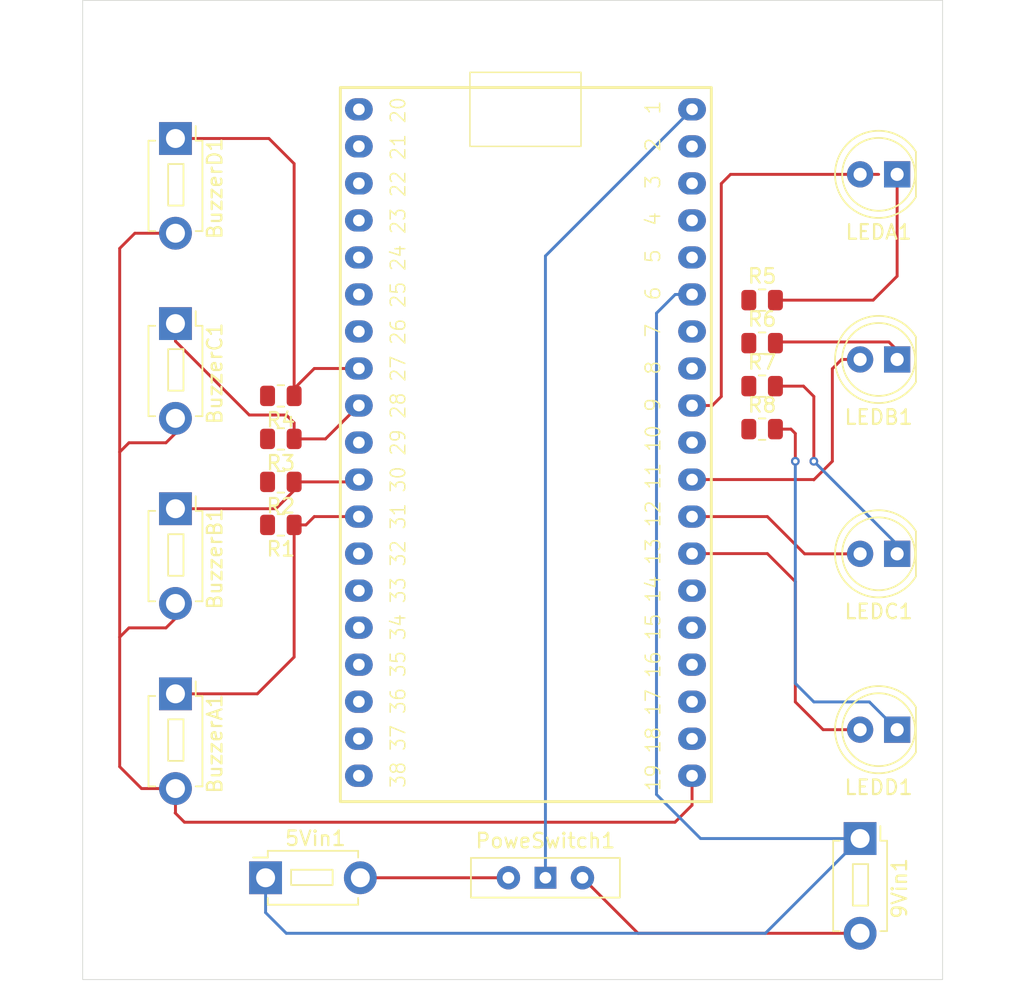
<source format=kicad_pcb>
(kicad_pcb (version 20241229) (generator "pcbnew") (generator_version "9.0")
  (layers (0 "F.Cu" signal) (2 "B.Cu" signal) (13 "F.Paste" user) (15 "B.Paste" user) (5 "F.SilkS" user "F.Silkscreen") (7 "B.SilkS" user "B.Silkscreen") (1 "F.Mask" user) (3 "B.Mask" user) (25 "Edge.Cuts" user))
  (net 0 "")
  (net 1 "Net-(5Vin1-Pad1)")
  (net 2 "Net-(PoweSwitch1-C)")
  (net 3 "Net-(PoweSwitch1-A)")
  (net 4 "Net-(U1-3.3v)")
  (net 5 "Net-(U1-GPIO19)")
  (net 6 "Net-(U1-GPIO18)")
  (net 7 "Net-(U1-GPIO17)")
  (net 8 "Net-(U1-GPIO16)")
  (net 9 "Net-(LEDA1-K)")
  (net 10 "Net-(LEDA1-A)")
  (net 11 "Net-(LEDB1-K)")
  (net 12 "Net-(LEDB1-A)")
  (net 13 "Net-(LEDC1-A)")
  (net 14 "Net-(LEDC1-K)")
  (net 15 "Net-(LEDD1-K)")
  (net 16 "Net-(LEDD1-A)")
  (net 17 "Net-(PoweSwitch1-B)")
  (net 18 "Net-(R1-Pad2)")
  (footprint "MountingHole:MountingHole_3.2mm_M3" (layer "F.Cu") (at 178.308 75.692)
    (property "Reference" "REF**" (hide yes))
    (property "Value" "MountingHole_3.2mm_M3")
    (pad "" np_thru_hole circle (at 0 0) (size 3.2 3.2) (drill 3.2) (layers "*.Cu" "*.Mask"))
  )
  (footprint "Button_Switch_THT:SW_Slide-03_Wuerth-WS-SLTV_10x2.5x6.4_P2.54mm" (layer "F.Cu") (at 154.94 132.08)
    (property "Reference" "PoweSwitch1" (at 0 -2.54 0) (layer "F.SilkS"))
    (property "Value" "SPDT")
    (fp_rect (start -5.11 -1.36) (end 5.11 1.36) (stroke (width 0.12)) (fill no) (layer "F.SilkS"))
    (pad "1" thru_hole rect (at 0 0) (size 1.5 1.5) (drill 0.8) (layers "*.Cu" "*.Mask") (net 17 "Net-(PoweSwitch1-B)"))
    (pad "2" thru_hole circle (at -2.54 0) (size 1.6 1.6) (drill 0.8) (layers "*.Cu" "*.Mask") (net 2 "Net-(PoweSwitch1-C)"))
    (pad "3" thru_hole circle (at 2.54 0) (size 1.6 1.6) (drill 0.8) (layers "*.Cu" "*.Mask") (net 3 "Net-(PoweSwitch1-A)"))
  )
  (footprint "Button_Switch_THT:SW_PUSH_1P1T_6x3.5mm_H4.3_APEM_MJTP1243" (layer "F.Cu") (at 129.556203 94.059885 -90)
    (property "Reference" "BuzzerC1" (at 3.42 -2.7 90) (layer "F.SilkS"))
    (property "Value" "SPST")
    (fp_line (start 0.15 1.85) (end 6.35 1.85) (stroke (width 0.12)) (layer "F.SilkS"))
    (fp_line (start 0.15 1.39) (end 0.15 1.85) (stroke (width 0.12)) (layer "F.SilkS"))
    (fp_line (start 6.35 1.39) (end 6.35 1.85) (stroke (width 0.12)) (layer "F.SilkS"))
    (fp_line (start 0.15 -1.39) (end -0.85 -1.39) (stroke (width 0.12)) (layer "F.SilkS"))
    (fp_line (start 0.15 -1.85) (end 0.15 -1.39) (stroke (width 0.12)) (layer "F.SilkS"))
    (fp_line (start 6.35 -1.85) (end 6.35 -1.39) (stroke (width 0.12)) (layer "F.SilkS"))
    (fp_line (start 6.35 -1.85) (end 0.15 -1.85) (stroke (width 0.12)) (layer "F.SilkS"))
    (fp_rect (start 1.75 -0.55) (end 4.6 0.5) (stroke (width 0.12)) (fill no) (layer "F.SilkS"))
    (pad "1" thru_hole rect (at 0 0) (size 2.25 2.25) (drill 1.3) (layers "*.Cu" "*.Mask") (net 7 "Net-(U1-GPIO17)"))
    (pad "2" thru_hole circle (at 6.5 0) (size 2.25 2.25) (drill 1.3) (layers "*.Cu" "*.Mask") (net 4 "Net-(U1-3.3v)"))
  )
  (footprint "Button_Switch_THT:SW_PUSH_1P1T_6x3.5mm_H4.3_APEM_MJTP1243" (layer "F.Cu") (at 176.53 129.39 -90)
    (property "Reference" "9Vin1" (at 3.42 -2.7 90) (layer "F.SilkS"))
    (property "Value" "Power")
    (fp_line (start 0.15 1.85) (end 6.35 1.85) (stroke (width 0.12)) (layer "F.SilkS"))
    (fp_line (start 0.15 1.39) (end 0.15 1.85) (stroke (width 0.12)) (layer "F.SilkS"))
    (fp_line (start 6.35 1.39) (end 6.35 1.85) (stroke (width 0.12)) (layer "F.SilkS"))
    (fp_line (start 0.15 -1.39) (end -0.85 -1.39) (stroke (width 0.12)) (layer "F.SilkS"))
    (fp_line (start 0.15 -1.85) (end 0.15 -1.39) (stroke (width 0.12)) (layer "F.SilkS"))
    (fp_line (start 6.35 -1.85) (end 6.35 -1.39) (stroke (width 0.12)) (layer "F.SilkS"))
    (fp_line (start 6.35 -1.85) (end 0.15 -1.85) (stroke (width 0.12)) (layer "F.SilkS"))
    (fp_rect (start 1.75 -0.55) (end 4.6 0.5) (stroke (width 0.12)) (fill no) (layer "F.SilkS"))
    (pad "1" thru_hole rect (at 0 0) (size 2.25 2.25) (drill 1.3) (layers "*.Cu" "*.Mask") (net 1 "Net-(5Vin1-Pad1)"))
    (pad "2" thru_hole circle (at 6.5 0) (size 2.25 2.25) (drill 1.3) (layers "*.Cu" "*.Mask") (net 3 "Net-(PoweSwitch1-A)"))
  )
  (footprint "MountingHole:MountingHole_3.2mm_M3" (layer "F.Cu") (at 127 135.128)
    (property "Reference" "REF**" (hide yes))
    (property "Value" "MountingHole_3.2mm_M3")
    (pad "" np_thru_hole circle (at 0 0) (size 3.2 3.2) (drill 3.2) (layers "*.Cu" "*.Mask"))
  )
  (footprint "Resistor_SMD:R_0805_2012Metric" (layer "F.Cu") (at 169.806297 95.400115)
    (property "Reference" "R6" (at 0 -1.65 0) (layer "F.SilkS"))
    (property "Value" "220R")
    (fp_line (start -0.227064 -0.735) (end 0.227064 -0.735) (stroke (width 0.12)) (layer "F.SilkS"))
    (fp_line (start -0.227064 0.735) (end 0.227064 0.735) (stroke (width 0.12)) (layer "F.SilkS"))
    (pad "1" smd roundrect (at -0.9125 0) (size 1.025 1.4) (layers "F.Cu" "F.Mask" "F.Paste") (roundrect_rratio 0.243902) (net 1 "Net-(5Vin1-Pad1)"))
    (pad "2" smd roundrect (at 0.9125 0) (size 1.025 1.4) (layers "F.Cu" "F.Mask" "F.Paste") (roundrect_rratio 0.243902) (net 11 "Net-(LEDB1-K)"))
  )
  (footprint "Resistor_SMD:R_0805_2012Metric" (layer "F.Cu") (at 169.806297 92.450115)
    (property "Reference" "R5" (at 0 -1.65 0) (layer "F.SilkS"))
    (property "Value" "220R")
    (fp_line (start -0.227064 -0.735) (end 0.227064 -0.735) (stroke (width 0.12)) (layer "F.SilkS"))
    (fp_line (start -0.227064 0.735) (end 0.227064 0.735) (stroke (width 0.12)) (layer "F.SilkS"))
    (pad "1" smd roundrect (at -0.9125 0) (size 1.025 1.4) (layers "F.Cu" "F.Mask" "F.Paste") (roundrect_rratio 0.243902) (net 1 "Net-(5Vin1-Pad1)"))
    (pad "2" smd roundrect (at 0.9125 0) (size 1.025 1.4) (layers "F.Cu" "F.Mask" "F.Paste") (roundrect_rratio 0.243902) (net 9 "Net-(LEDA1-K)"))
  )
  (footprint "LED_THT:LED_D5.0mm" (layer "F.Cu") (at 179.07 96.52 180)
    (property "Reference" "LEDB1" (at 1.27 -3.96 0) (layer "F.SilkS"))
    (property "Value" "~")
    (fp_line (start -1.29 -1.545) (end -1.29 1.545) (stroke (width 0.12)) (layer "F.SilkS"))
    (fp_arc (start 4.26 0) (mid 2.071779 2.880495) (end -1.29 1.54483) (stroke (width 0.12)) (layer "F.SilkS"))
    (fp_arc (start -1.29 -1.54483) (mid 2.071779 -2.880495) (end 4.26 0) (stroke (width 0.12)) (layer "F.SilkS"))
    (fp_circle (center 1.27 0) (end 3.77 0) (stroke (width 0.12)) (fill no) (layer "F.SilkS"))
    (pad "1" thru_hole rect (at 0 0 180) (size 1.8 1.8) (drill 0.9) (layers "*.Cu" "*.Mask") (net 11 "Net-(LEDB1-K)"))
    (pad "2" thru_hole circle (at 2.54 0 180) (size 1.8 1.8) (drill 0.9) (layers "*.Cu" "*.Mask") (net 12 "Net-(LEDB1-A)"))
  )
  (footprint "Resistor_SMD:R_0805_2012Metric" (layer "F.Cu") (at 169.806297 98.350115)
    (property "Reference" "R7" (at 0 -1.65 0) (layer "F.SilkS"))
    (property "Value" "220R")
    (fp_line (start -0.227064 -0.735) (end 0.227064 -0.735) (stroke (width 0.12)) (layer "F.SilkS"))
    (fp_line (start -0.227064 0.735) (end 0.227064 0.735) (stroke (width 0.12)) (layer "F.SilkS"))
    (pad "1" smd roundrect (at -0.9125 0) (size 1.025 1.4) (layers "F.Cu" "F.Mask" "F.Paste") (roundrect_rratio 0.243902) (net 1 "Net-(5Vin1-Pad1)"))
    (pad "2" smd roundrect (at 0.9125 0) (size 1.025 1.4) (layers "F.Cu" "F.Mask" "F.Paste") (roundrect_rratio 0.243902) (net 14 "Net-(LEDC1-K)"))
  )
  (footprint "Resistor_SMD:R_0805_2012Metric" (layer "F.Cu") (at 136.786297 99.020115 180)
    (property "Reference" "R4" (at 0 -1.65 0) (layer "F.SilkS"))
    (property "Value" "220R")
    (fp_line (start -0.227064 0.735) (end 0.227064 0.735) (stroke (width 0.12)) (layer "F.SilkS"))
    (fp_line (start -0.227064 -0.735) (end 0.227064 -0.735) (stroke (width 0.12)) (layer "F.SilkS"))
    (pad "1" smd roundrect (at -0.9125 0 180) (size 1.025 1.4) (layers "F.Cu" "F.Mask" "F.Paste") (roundrect_rratio 0.243902) (net 8 "Net-(U1-GPIO16)"))
    (pad "2" smd roundrect (at 0.9125 0 180) (size 1.025 1.4) (layers "F.Cu" "F.Mask" "F.Paste") (roundrect_rratio 0.243902) (net 18 "Net-(R1-Pad2)"))
  )
  (footprint "LED_THT:LED_D5.0mm" (layer "F.Cu") (at 179.07 83.82 180)
    (property "Reference" "LEDA1" (at 1.27 -3.96 0) (layer "F.SilkS"))
    (property "Value" "~")
    (fp_line (start -1.29 -1.545) (end -1.29 1.545) (stroke (width 0.12)) (layer "F.SilkS"))
    (fp_arc (start 4.26 0) (mid 2.071779 2.880495) (end -1.29 1.54483) (stroke (width 0.12)) (layer "F.SilkS"))
    (fp_arc (start -1.29 -1.54483) (mid 2.071779 -2.880495) (end 4.26 0) (stroke (width 0.12)) (layer "F.SilkS"))
    (fp_circle (center 1.27 0) (end 3.77 0) (stroke (width 0.12)) (fill no) (layer "F.SilkS"))
    (pad "1" thru_hole rect (at 0 0 180) (size 1.8 1.8) (drill 0.9) (layers "*.Cu" "*.Mask") (net 9 "Net-(LEDA1-K)"))
    (pad "2" thru_hole circle (at 2.54 0 180) (size 1.8 1.8) (drill 0.9) (layers "*.Cu" "*.Mask") (net 10 "Net-(LEDA1-A)"))
  )
  (footprint "LED_THT:LED_D5.0mm" (layer "F.Cu") (at 179.07 109.855 180)
    (property "Reference" "LEDC1" (at 1.27 -3.96 0) (layer "F.SilkS"))
    (property "Value" "~")
    (fp_line (start -1.29 -1.545) (end -1.29 1.545) (stroke (width 0.12)) (layer "F.SilkS"))
    (fp_arc (start 4.26 0) (mid 2.071779 2.880495) (end -1.29 1.54483) (stroke (width 0.12)) (layer "F.SilkS"))
    (fp_arc (start -1.29 -1.54483) (mid 2.071779 -2.880495) (end 4.26 0) (stroke (width 0.12)) (layer "F.SilkS"))
    (fp_circle (center 1.27 0) (end 3.77 0) (stroke (width 0.12)) (fill no) (layer "F.SilkS"))
    (pad "1" thru_hole rect (at 0 0 180) (size 1.8 1.8) (drill 0.9) (layers "*.Cu" "*.Mask") (net 14 "Net-(LEDC1-K)"))
    (pad "2" thru_hole circle (at 2.54 0 180) (size 1.8 1.8) (drill 0.9) (layers "*.Cu" "*.Mask") (net 13 "Net-(LEDC1-A)"))
  )
  (footprint "ESP32:ESP32_38pin" (layer "F.Cu") (at 153.456183 102.385111 180)
    (property "Reference" "U1" (hide yes))
    (property "Value" "~")
    (fp_rect (start -3.923817 20.485111) (end 3.696183 25.565111) (stroke (width 0.1)) (fill no) (layer "F.SilkS"))
    (fp_rect (start -12.865114 -24.470004) (end 12.586183 24.521298) (stroke (width 0.2)) (fill no) (layer "F.SilkS"))
    (fp_text user "38 37 36 35 34 33 32 31 30 29 28 27 26 25 24 23 22 21 20" (at 8.040472 -23.602831 90) (layer "F.SilkS") (effects (font (size 1 0.95) (thickness 0.1)) (justify left bottom)))
    (fp_text user "19 18 17 16 15 14 13 12 11 10" (at -9.456926 -23.821627 90) (layer "F.SilkS") (effects (font (size 1 0.97) (thickness 0.1)) (justify left bottom)))
    (fp_text user "  9  8  7  6  5  4  3  2  1" (at -9.445416 0.623035 90) (layer "F.SilkS") (effects (font (size 1 1.03) (thickness 0.1)) (justify left bottom)))
    (pad "1" thru_hole oval (at -11.543817 23.025111 90) (size 1.524 1.9) (drill 0.8) (layers "*.Cu" "*.Mask") (net 17 "Net-(PoweSwitch1-B)"))
    (pad "2" thru_hole oval (at -11.543817 20.485111 90) (size 1.524 1.9) (drill 0.8) (layers "*.Cu" "*.Mask"))
    (pad "3" thru_hole oval (at -11.543817 17.945111 90) (size 1.524 1.9) (drill 0.8) (layers "*.Cu" "*.Mask"))
    (pad "4" thru_hole oval (at -11.543817 15.405111 90) (size 1.524 1.9) (drill 0.8) (layers "*.Cu" "*.Mask"))
    (pad "5" thru_hole oval (at -11.543817 12.865111 90) (size 1.524 1.9) (drill 0.8) (layers "*.Cu" "*.Mask"))
    (pad "6" thru_hole oval (at -11.543817 10.325111 90) (size 1.524 1.9) (drill 0.8) (layers "*.Cu" "*.Mask") (net 1 "Net-(5Vin1-Pad1)"))
    (pad "7" thru_hole oval (at -11.543817 7.785111 90) (size 1.524 1.9) (drill 0.8) (layers "*.Cu" "*.Mask"))
    (pad "8" thru_hole oval (at -11.543817 5.245111 90) (size 1.524 1.9) (drill 0.8) (layers "*.Cu" "*.Mask"))
    (pad "9" thru_hole oval (at -11.543817 2.705111 90) (size 1.524 1.9) (drill 0.8) (layers "*.Cu" "*.Mask") (net 10 "Net-(LEDA1-A)"))
    (pad "10" thru_hole oval (at -11.543817 0.165111 90) (size 1.524 1.9) (drill 0.8) (layers "*.Cu" "*.Mask"))
    (pad "11" thru_hole oval (at -11.543817 -2.374889 90) (size 1.524 1.9) (drill 0.8) (layers "*.Cu" "*.Mask") (net 12 "Net-(LEDB1-A)"))
    (pad "12" thru_hole oval (at -11.543817 -4.914889 90) (size 1.524 1.9) (drill 0.8) (layers "*.Cu" "*.Mask") (net 13 "Net-(LEDC1-A)"))
    (pad "13" thru_hole oval (at -11.543817 -7.454889 90) (size 1.524 1.9) (drill 0.8) (layers "*.Cu" "*.Mask") (net 16 "Net-(LEDD1-A)"))
    (pad "14" thru_hole oval (at -11.543817 -9.994889 90) (size 1.524 1.9) (drill 0.8) (layers "*.Cu" "*.Mask"))
    (pad "15" thru_hole oval (at -11.543817 -12.534889 90) (size 1.524 1.9) (drill 0.8) (layers "*.Cu" "*.Mask"))
    (pad "16" thru_hole oval (at -11.543817 -15.074889 90) (size 1.524 1.9) (drill 0.8) (layers "*.Cu" "*.Mask"))
    (pad "17" thru_hole oval (at -11.543817 -17.614889 90) (size 1.524 1.9) (drill 0.8) (layers "*.Cu" "*.Mask"))
    (pad "18" thru_hole oval (at -11.543817 -20.154889 90) (size 1.524 1.9) (drill 0.8) (layers "*.Cu" "*.Mask"))
    (pad "19" thru_hole oval (at -11.543817 -22.694889 90) (size 1.524 1.9) (drill 0.8) (layers "*.Cu" "*.Mask") (net 4 "Net-(U1-3.3v)"))
    (pad "20" thru_hole oval (at 11.316183 23.025111 90) (size 1.524 1.9) (drill 0.8) (layers "*.Cu" "*.Mask"))
    (pad "21" thru_hole oval (at 11.316183 20.485111 90) (size 1.524 1.9) (drill 0.8) (layers "*.Cu" "*.Mask"))
    (pad "22" thru_hole oval (at 11.316183 17.945111 90) (size 1.524 1.9) (drill 0.8) (layers "*.Cu" "*.Mask"))
    (pad "23" thru_hole oval (at 11.316183 15.405111 90) (size 1.524 1.9) (drill 0.8) (layers "*.Cu" "*.Mask"))
    (pad "24" thru_hole oval (at 11.316183 12.865111 90) (size 1.524 1.9) (drill 0.8) (layers "*.Cu" "*.Mask"))
    (pad "25" thru_hole oval (at 11.316183 10.325111 90) (size 1.524 1.9) (drill 0.8) (layers "*.Cu" "*.Mask"))
    (pad "26" thru_hole oval (at 11.316183 7.785111 90) (size 1.524 1.9) (drill 0.8) (layers "*.Cu" "*.Mask"))
    (pad "27" thru_hole oval (at 11.316183 5.245111 90) (size 1.524 1.9) (drill 0.8) (layers "*.Cu" "*.Mask") (net 8 "Net-(U1-GPIO16)"))
    (pad "28" thru_hole oval (at 11.316183 2.705111 90) (size 1.524 1.9) (drill 0.8) (layers "*.Cu" "*.Mask") (net 7 "Net-(U1-GPIO17)"))
    (pad "29" thru_hole oval (at 11.316183 0.165111 90) (size 1.524 1.9) (drill 0.8) (layers "*.Cu" "*.Mask"))
    (pad "30" thru_hole oval (at 11.316183 -2.374889 90) (size 1.524 1.9) (drill 0.8) (layers "*.Cu" "*.Mask") (net 6 "Net-(U1-GPIO18)"))
    (pad "31" thru_hole oval (at 11.316183 -4.914889 90) (size 1.524 1.9) (drill 0.8) (layers "*.Cu" "*.Mask") (net 5 "Net-(U1-GPIO19)"))
    (pad "32" thru_hole oval (at 11.316183 -7.454889 90) (size 1.524 1.9) (drill 0.8) (layers "*.Cu" "*.Mask"))
    (pad "33" thru_hole oval (at 11.316183 -9.994889 90) (size 1.524 1.9) (drill 0.8) (layers "*.Cu" "*.Mask"))
    (pad "34" thru_hole oval (at 11.316183 -12.534889 90) (size 1.524 1.9) (drill 0.8) (layers "*.Cu" "*.Mask"))
    (pad "35" thru_hole oval (at 11.316183 -15.074889 90) (size 1.524 1.9) (drill 0.8) (layers "*.Cu" "*.Mask"))
    (pad "36" thru_hole oval (at 11.316183 -17.614889 90) (size 1.524 1.9) (drill 0.8) (layers "*.Cu" "*.Mask"))
    (pad "37" thru_hole oval (at 11.316183 -20.154889 90) (size 1.524 1.9) (drill 0.8) (layers "*.Cu" "*.Mask"))
    (pad "38" thru_hole oval (at 11.316183 -22.694889 90) (size 1.524 1.9) (drill 0.8) (layers "*.Cu" "*.Mask") (net 18 "Net-(R1-Pad2)"))
  )
  (footprint "Resistor_SMD:R_0805_2012Metric" (layer "F.Cu") (at 136.786297 107.870115 180)
    (property "Reference" "R1" (at 0 -1.65 0) (layer "F.SilkS"))
    (property "Value" "220R")
    (fp_line (start -0.227064 0.735) (end 0.227064 0.735) (stroke (width 0.12)) (layer "F.SilkS"))
    (fp_line (start -0.227064 -0.735) (end 0.227064 -0.735) (stroke (width 0.12)) (layer "F.SilkS"))
    (pad "1" smd roundrect (at -0.9125 0 180) (size 1.025 1.4) (layers "F.Cu" "F.Mask" "F.Paste") (roundrect_rratio 0.243902) (net 5 "Net-(U1-GPIO19)"))
    (pad "2" smd roundrect (at 0.9125 0 180) (size 1.025 1.4) (layers "F.Cu" "F.Mask" "F.Paste") (roundrect_rratio 0.243902) (net 18 "Net-(R1-Pad2)"))
  )
  (footprint "LED_THT:LED_D5.0mm" (layer "F.Cu") (at 179.07 121.92 180)
    (property "Reference" "LEDD1" (at 1.27 -3.96 0) (layer "F.SilkS"))
    (property "Value" "~")
    (fp_line (start -1.29 -1.545) (end -1.29 1.545) (stroke (width 0.12)) (layer "F.SilkS"))
    (fp_arc (start 4.26 0) (mid 2.071779 2.880495) (end -1.29 1.54483) (stroke (width 0.12)) (layer "F.SilkS"))
    (fp_arc (start -1.29 -1.54483) (mid 2.071779 -2.880495) (end 4.26 0) (stroke (width 0.12)) (layer "F.SilkS"))
    (fp_circle (center 1.27 0) (end 3.77 0) (stroke (width 0.12)) (fill no) (layer "F.SilkS"))
    (pad "1" thru_hole rect (at 0 0 180) (size 1.8 1.8) (drill 0.9) (layers "*.Cu" "*.Mask") (net 15 "Net-(LEDD1-K)"))
    (pad "2" thru_hole circle (at 2.54 0 180) (size 1.8 1.8) (drill 0.9) (layers "*.Cu" "*.Mask") (net 16 "Net-(LEDD1-A)"))
  )
  (footprint "Button_Switch_THT:SW_PUSH_1P1T_6x3.5mm_H4.3_APEM_MJTP1243" (layer "F.Cu") (at 135.74 132.08)
    (property "Reference" "5Vin1" (at 3.42 -2.7 0) (layer "F.SilkS"))
    (property "Value" "Power")
    (fp_line (start 0.15 -1.85) (end 0.15 -1.39) (stroke (width 0.12)) (layer "F.SilkS"))
    (fp_line (start 0.15 -1.39) (end -0.85 -1.39) (stroke (width 0.12)) (layer "F.SilkS"))
    (fp_line (start 0.15 1.39) (end 0.15 1.85) (stroke (width 0.12)) (layer "F.SilkS"))
    (fp_line (start 0.15 1.85) (end 6.35 1.85) (stroke (width 0.12)) (layer "F.SilkS"))
    (fp_line (start 6.35 -1.85) (end 0.15 -1.85) (stroke (width 0.12)) (layer "F.SilkS"))
    (fp_line (start 6.35 -1.85) (end 6.35 -1.39) (stroke (width 0.12)) (layer "F.SilkS"))
    (fp_line (start 6.35 1.39) (end 6.35 1.85) (stroke (width 0.12)) (layer "F.SilkS"))
    (fp_rect (start 1.75 -0.55) (end 4.6 0.5) (stroke (width 0.12)) (fill no) (layer "F.SilkS"))
    (pad "1" thru_hole rect (at 0 0 90) (size 2.25 2.25) (drill 1.3) (layers "*.Cu" "*.Mask") (net 1 "Net-(5Vin1-Pad1)"))
    (pad "2" thru_hole circle (at 6.5 0 90) (size 2.25 2.25) (drill 1.3) (layers "*.Cu" "*.Mask") (net 2 "Net-(PoweSwitch1-C)"))
  )
  (footprint "Button_Switch_THT:SW_PUSH_1P1T_6x3.5mm_H4.3_APEM_MJTP1243" (layer "F.Cu") (at 129.556203 106.759885 -90)
    (property "Reference" "BuzzerB1" (at 3.42 -2.7 90) (layer "F.SilkS"))
    (property "Value" "SPST")
    (fp_line (start 0.15 1.85) (end 6.35 1.85) (stroke (width 0.12)) (layer "F.SilkS"))
    (fp_line (start 0.15 1.39) (end 0.15 1.85) (stroke (width 0.12)) (layer "F.SilkS"))
    (fp_line (start 6.35 1.39) (end 6.35 1.85) (stroke (width 0.12)) (layer "F.SilkS"))
    (fp_line (start 0.15 -1.39) (end -0.85 -1.39) (stroke (width 0.12)) (layer "F.SilkS"))
    (fp_line (start 0.15 -1.85) (end 0.15 -1.39) (stroke (width 0.12)) (layer "F.SilkS"))
    (fp_line (start 6.35 -1.85) (end 6.35 -1.39) (stroke (width 0.12)) (layer "F.SilkS"))
    (fp_line (start 6.35 -1.85) (end 0.15 -1.85) (stroke (width 0.12)) (layer "F.SilkS"))
    (fp_rect (start 1.75 -0.55) (end 4.6 0.5) (stroke (width 0.12)) (fill no) (layer "F.SilkS"))
    (pad "1" thru_hole rect (at 0 0) (size 2.25 2.25) (drill 1.3) (layers "*.Cu" "*.Mask") (net 6 "Net-(U1-GPIO18)"))
    (pad "2" thru_hole circle (at 6.5 0) (size 2.25 2.25) (drill 1.3) (layers "*.Cu" "*.Mask") (net 4 "Net-(U1-3.3v)"))
  )
  (footprint "Resistor_SMD:R_0805_2012Metric" (layer "F.Cu") (at 136.786297 101.970115 180)
    (property "Reference" "R3" (at 0 -1.65 0) (layer "F.SilkS"))
    (property "Value" "220R")
    (fp_line (start -0.227064 0.735) (end 0.227064 0.735) (stroke (width 0.12)) (layer "F.SilkS"))
    (fp_line (start -0.227064 -0.735) (end 0.227064 -0.735) (stroke (width 0.12)) (layer "F.SilkS"))
    (pad "1" smd roundrect (at -0.9125 0 180) (size 1.025 1.4) (layers "F.Cu" "F.Mask" "F.Paste") (roundrect_rratio 0.243902) (net 7 "Net-(U1-GPIO17)"))
    (pad "2" smd roundrect (at 0.9125 0 180) (size 1.025 1.4) (layers "F.Cu" "F.Mask" "F.Paste") (roundrect_rratio 0.243902) (net 18 "Net-(R1-Pad2)"))
  )
  (footprint "Button_Switch_THT:SW_PUSH_1P1T_6x3.5mm_H4.3_APEM_MJTP1243" (layer "F.Cu") (at 129.556203 81.359885 -90)
    (property "Reference" "BuzzerD1" (at 3.42 -2.7 90) (layer "F.SilkS"))
    (property "Value" "SPST")
    (fp_line (start 0.15 1.85) (end 6.35 1.85) (stroke (width 0.12)) (layer "F.SilkS"))
    (fp_line (start 0.15 1.39) (end 0.15 1.85) (stroke (width 0.12)) (layer "F.SilkS"))
    (fp_line (start 6.35 1.39) (end 6.35 1.85) (stroke (width 0.12)) (layer "F.SilkS"))
    (fp_line (start 0.15 -1.39) (end -0.85 -1.39) (stroke (width 0.12)) (layer "F.SilkS"))
    (fp_line (start 0.15 -1.85) (end 0.15 -1.39) (stroke (width 0.12)) (layer "F.SilkS"))
    (fp_line (start 6.35 -1.85) (end 6.35 -1.39) (stroke (width 0.12)) (layer "F.SilkS"))
    (fp_line (start 6.35 -1.85) (end 0.15 -1.85) (stroke (width 0.12)) (layer "F.SilkS"))
    (fp_rect (start 1.75 -0.55) (end 4.6 0.5) (stroke (width 0.12)) (fill no) (layer "F.SilkS"))
    (pad "1" thru_hole rect (at 0 0) (size 2.25 2.25) (drill 1.3) (layers "*.Cu" "*.Mask") (net 8 "Net-(U1-GPIO16)"))
    (pad "2" thru_hole circle (at 6.5 0) (size 2.25 2.25) (drill 1.3) (layers "*.Cu" "*.Mask") (net 4 "Net-(U1-3.3v)"))
  )
  (footprint "Resistor_SMD:R_0805_2012Metric" (layer "F.Cu") (at 136.786297 104.920115 180)
    (property "Reference" "R2" (at 0 -1.65 0) (layer "F.SilkS"))
    (property "Value" "220R")
    (fp_line (start -0.227064 0.735) (end 0.227064 0.735) (stroke (width 0.12)) (layer "F.SilkS"))
    (fp_line (start -0.227064 -0.735) (end 0.227064 -0.735) (stroke (width 0.12)) (layer "F.SilkS"))
    (pad "1" smd roundrect (at -0.9125 0 180) (size 1.025 1.4) (layers "F.Cu" "F.Mask" "F.Paste") (roundrect_rratio 0.243902) (net 6 "Net-(U1-GPIO18)"))
    (pad "2" smd roundrect (at 0.9125 0 180) (size 1.025 1.4) (layers "F.Cu" "F.Mask" "F.Paste") (roundrect_rratio 0.243902) (net 18 "Net-(R1-Pad2)"))
  )
  (footprint "MountingHole:MountingHole_3.2mm_M3" (layer "F.Cu") (at 127 75.692)
    (property "Reference" "REF**" (hide yes))
    (property "Value" "MountingHole_3.2mm_M3")
    (pad "" np_thru_hole circle (at 0 0) (size 3.2 3.2) (drill 3.2) (layers "*.Cu" "*.Mask"))
  )
  (footprint "Button_Switch_THT:SW_PUSH_1P1T_6x3.5mm_H4.3_APEM_MJTP1243" (layer "F.Cu") (at 129.556203 119.459885 -90)
    (property "Reference" "BuzzerA1" (at 3.42 -2.7 90) (layer "F.SilkS"))
    (property "Value" "SPST")
    (fp_line (start 0.15 1.85) (end 6.35 1.85) (stroke (width 0.12)) (layer "F.SilkS"))
    (fp_line (start 0.15 1.39) (end 0.15 1.85) (stroke (width 0.12)) (layer "F.SilkS"))
    (fp_line (start 6.35 1.39) (end 6.35 1.85) (stroke (width 0.12)) (layer "F.SilkS"))
    (fp_line (start 0.15 -1.39) (end -0.85 -1.39) (stroke (width 0.12)) (layer "F.SilkS"))
    (fp_line (start 0.15 -1.85) (end 0.15 -1.39) (stroke (width 0.12)) (layer "F.SilkS"))
    (fp_line (start 6.35 -1.85) (end 6.35 -1.39) (stroke (width 0.12)) (layer "F.SilkS"))
    (fp_line (start 6.35 -1.85) (end 0.15 -1.85) (stroke (width 0.12)) (layer "F.SilkS"))
    (fp_rect (start 1.75 -0.55) (end 4.6 0.5) (stroke (width 0.12)) (fill no) (layer "F.SilkS"))
    (pad "1" thru_hole rect (at 0 0) (size 2.25 2.25) (drill 1.3) (layers "*.Cu" "*.Mask") (net 5 "Net-(U1-GPIO19)"))
    (pad "2" thru_hole circle (at 6.5 0) (size 2.25 2.25) (drill 1.3) (layers "*.Cu" "*.Mask") (net 4 "Net-(U1-3.3v)"))
  )
  (footprint "Resistor_SMD:R_0805_2012Metric" (layer "F.Cu") (at 169.806297 101.300115)
    (property "Reference" "R8" (at 0 -1.65 0) (layer "F.SilkS"))
    (property "Value" "220R")
    (fp_line (start -0.227064 -0.735) (end 0.227064 -0.735) (stroke (width 0.12)) (layer "F.SilkS"))
    (fp_line (start -0.227064 0.735) (end 0.227064 0.735) (stroke (width 0.12)) (layer "F.SilkS"))
    (pad "1" smd roundrect (at -0.9125 0) (size 1.025 1.4) (layers "F.Cu" "F.Mask" "F.Paste") (roundrect_rratio 0.243902) (net 1 "Net-(5Vin1-Pad1)"))
    (pad "2" smd roundrect (at 0.9125 0) (size 1.025 1.4) (layers "F.Cu" "F.Mask" "F.Paste") (roundrect_rratio 0.243902) (net 15 "Net-(LEDD1-K)"))
  )
  (gr_rect (start 123.19 71.882) (end 182.19 139.065) (stroke (width 0.05)) (fill no) (layer "Edge.Cuts"))
  (segment (start 162.56 93.345) (end 163.845 92.06) (width 0.2) (layer "B.Cu") (net 1))
  (segment (start 165.585 129.39) (end 162.56 126.365) (width 0.2) (layer "B.Cu") (net 1))
  (segment (start 135.74 134.47) (end 137.16 135.89) (width 0.2) (layer "B.Cu") (net 1))
  (segment (start 176.53 129.39) (end 165.585 129.39) (width 0.2) (layer "B.Cu") (net 1))
  (segment (start 135.74 132.08) (end 135.74 134.47) (width 0.2) (layer "B.Cu") (net 1))
  (segment (start 137.16 135.89) (end 170.03 135.89) (width 0.2) (layer "B.Cu") (net 1))
  (segment (start 162.56 126.365) (end 162.56 93.345) (width 0.2) (layer "B.Cu") (net 1))
  (segment (start 163.845 92.06) (end 165 92.06) (width 0.2) (layer "B.Cu") (net 1))
  (segment (start 170.03 135.89) (end 176.53 129.39) (width 0.2) (layer "B.Cu") (net 1))
  (segment (start 142.24 132.08) (end 152.4 132.08) (width 0.2) (layer "F.Cu") (net 2))
  (segment (start 161.29 135.89) (end 157.48 132.08) (width 0.2) (layer "F.Cu") (net 3))
  (segment (start 176.53 135.89) (end 161.29 135.89) (width 0.2) (layer "F.Cu") (net 3))
  (segment (start 129.556203 127.618797) (end 129.54 127.635) (width 0.2) (layer "F.Cu") (net 4))
  (segment (start 165 127.1) (end 165 125.08) (width 0.2) (layer "F.Cu") (net 4))
  (segment (start 129.556203 101.583797) (end 128.905 102.235) (width 0.2) (layer "F.Cu") (net 4))
  (segment (start 129.556203 113.259885) (end 129.556203 114.283797) (width 0.2) (layer "F.Cu") (net 4))
  (segment (start 128.905 102.235) (end 126.365 102.235) (width 0.2) (layer "F.Cu") (net 4))
  (segment (start 130.175 128.27) (end 163.83 128.27) (width 0.2) (layer "F.Cu") (net 4))
  (segment (start 129.556203 125.959885) (end 127.229885 125.959885) (width 0.2) (layer "F.Cu") (net 4))
  (segment (start 125.73 115.57) (end 125.73 102.87) (width 0.2) (layer "F.Cu") (net 4))
  (segment (start 129.556203 100.559885) (end 129.556203 101.583797) (width 0.2) (layer "F.Cu") (net 4))
  (segment (start 129.54 127.635) (end 130.175 128.27) (width 0.2) (layer "F.Cu") (net 4))
  (segment (start 126.365 114.935) (end 125.73 115.57) (width 0.2) (layer "F.Cu") (net 4))
  (segment (start 163.83 128.27) (end 165 127.1) (width 0.2) (layer "F.Cu") (net 4))
  (segment (start 126.770115 87.859885) (end 129.556203 87.859885) (width 0.2) (layer "F.Cu") (net 4))
  (segment (start 129.556203 125.959885) (end 129.556203 127.618797) (width 0.2) (layer "F.Cu") (net 4))
  (segment (start 128.905 114.935) (end 126.365 114.935) (width 0.2) (layer "F.Cu") (net 4))
  (segment (start 126.365 102.235) (end 125.73 102.87) (width 0.2) (layer "F.Cu") (net 4))
  (segment (start 125.73 102.87) (end 125.73 88.9) (width 0.2) (layer "F.Cu") (net 4))
  (segment (start 127.229885 125.959885) (end 125.73 124.46) (width 0.2) (layer "F.Cu") (net 4))
  (segment (start 129.556203 114.283797) (end 128.905 114.935) (width 0.2) (layer "F.Cu") (net 4))
  (segment (start 125.73 88.9) (end 126.770115 87.859885) (width 0.2) (layer "F.Cu") (net 4))
  (segment (start 125.73 124.46) (end 125.73 115.57) (width 0.2) (layer "F.Cu") (net 4))
  (segment (start 139.08 107.3) (end 142.14 107.3) (width 0.2) (layer "F.Cu") (net 5))
  (segment (start 137.698797 107.870115) (end 138.509885 107.870115) (width 0.2) (layer "F.Cu") (net 5))
  (segment (start 135.175115 119.459885) (end 129.556203 119.459885) (width 0.2) (layer "F.Cu") (net 5))
  (segment (start 137.698797 116.936203) (end 135.175115 119.459885) (width 0.2) (layer "F.Cu") (net 5))
  (segment (start 137.698797 107.870115) (end 137.698797 116.936203) (width 0.2) (layer "F.Cu") (net 5))
  (segment (start 138.509885 107.870115) (end 139.08 107.3) (width 0.2) (layer "F.Cu") (net 5))
  (segment (start 137.698797 104.920115) (end 141.979885 104.920115) (width 0.2) (layer "F.Cu") (net 6))
  (segment (start 137.698797 104.920115) (end 137.698797 105.506203) (width 0.2) (layer "F.Cu") (net 6))
  (segment (start 136.445115 106.759885) (end 129.556203 106.759885) (width 0.2) (layer "F.Cu") (net 6))
  (segment (start 137.698797 105.506203) (end 136.445115 106.759885) (width 0.2) (layer "F.Cu") (net 6))
  (segment (start 141.979885 104.920115) (end 142.14 104.76) (width 0.2) (layer "F.Cu") (net 6))
  (segment (start 137.698797 100.868797) (end 137.16 100.33) (width 0.2) (layer "F.Cu") (net 7))
  (segment (start 137.698797 101.970115) (end 139.849885 101.970115) (width 0.2) (layer "F.Cu") (net 7))
  (segment (start 137.16 100.33) (end 134.62 100.33) (width 0.2) (layer "F.Cu") (net 7))
  (segment (start 139.849885 101.970115) (end 142.14 99.68) (width 0.2) (layer "F.Cu") (net 7))
  (segment (start 137.698797 101.970115) (end 137.698797 100.868797) (width 0.2) (layer "F.Cu") (net 7))
  (segment (start 134.62 100.33) (end 129.556203 95.266203) (width 0.2) (layer "F.Cu") (net 7))
  (segment (start 129.556203 95.266203) (end 129.556203 94.059885) (width 0.2) (layer "F.Cu") (net 7))
  (segment (start 137.698797 99.020115) (end 137.698797 83.088797) (width 0.2) (layer "F.Cu") (net 8))
  (segment (start 135.969885 81.359885) (end 129.556203 81.359885) (width 0.2) (layer "F.Cu") (net 8))
  (segment (start 137.698797 83.088797) (end 135.969885 81.359885) (width 0.2) (layer "F.Cu") (net 8))
  (segment (start 137.698797 99.020115) (end 137.698797 98.521203) (width 0.2) (layer "F.Cu") (net 8))
  (segment (start 139.08 97.14) (end 142.14 97.14) (width 0.2) (layer "F.Cu") (net 8))
  (segment (start 137.698797 98.521203) (end 139.08 97.14) (width 0.2) (layer "F.Cu") (net 8))
  (segment (start 179.07 83.82) (end 179.07 90.805) (width 0.2) (layer "F.Cu") (net 9))
  (segment (start 179.07 90.805) (end 177.424885 92.450115) (width 0.2) (layer "F.Cu") (net 9))
  (segment (start 177.424885 92.450115) (end 170.718797 92.450115) (width 0.2) (layer "F.Cu") (net 9))
  (segment (start 167.64 83.82) (end 167.005 84.455) (width 0.2) (layer "F.Cu") (net 10))
  (segment (start 167.005 99.06) (end 166.385 99.68) (width 0.2) (layer "F.Cu") (net 10))
  (segment (start 177.8 83.82) (end 167.64 83.82) (width 0.2) (layer "F.Cu") (net 10))
  (segment (start 166.385 99.68) (end 165 99.68) (width 0.2) (layer "F.Cu") (net 10))
  (segment (start 167.005 84.455) (end 167.005 99.06) (width 0.2) (layer "F.Cu") (net 10))
  (segment (start 179.07 95.885) (end 178.504 95.319) (width 0.2) (layer "F.Cu") (net 11))
  (segment (start 178.504 95.319) (end 170.799912 95.319) (width 0.2) (layer "F.Cu") (net 11))
  (segment (start 170.799912 95.319) (end 170.718797 95.400115) (width 0.2) (layer "F.Cu") (net 11))
  (segment (start 179.07 96.52) (end 179.07 95.885) (width 0.2) (layer "F.Cu") (net 11))
  (segment (start 173.355 104.775) (end 173.34 104.76) (width 0.2) (layer "F.Cu") (net 12))
  (segment (start 176.53 96.52) (end 175.26 96.52) (width 0.2) (layer "F.Cu") (net 12))
  (segment (start 175.26 96.52) (end 174.625 97.155) (width 0.2) (layer "F.Cu") (net 12))
  (segment (start 174.625 103.505) (end 173.355 104.775) (width 0.2) (layer "F.Cu") (net 12))
  (segment (start 174.625 97.155) (end 174.625 103.505) (width 0.2) (layer "F.Cu") (net 12))
  (segment (start 173.34 104.76) (end 165 104.76) (width 0.2) (layer "F.Cu") (net 12))
  (segment (start 172.72 109.855) (end 170.165 107.3) (width 0.2) (layer "F.Cu") (net 13))
  (segment (start 170.165 107.3) (end 165 107.3) (width 0.2) (layer "F.Cu") (net 13))
  (segment (start 176.53 109.855) (end 172.72 109.855) (width 0.2) (layer "F.Cu") (net 13))
  (segment (start 173.355 99.06) (end 173.355 103.505) (width 0.2) (layer "F.Cu") (net 14))
  (segment (start 172.645115 98.350115) (end 173.355 99.06) (width 0.2) (layer "F.Cu") (net 14))
  (segment (start 170.718797 98.350115) (end 172.645115 98.350115) (width 0.2) (layer "F.Cu") (net 14))
  (via (at 173.355 103.505) (size 0.6) (drill 0.3) (layers "F.Cu" "B.Cu") (net 14))
  (segment (start 179.07 109.22) (end 179.07 109.855) (width 0.2) (layer "B.Cu") (net 14))
  (segment (start 173.355 103.505) (end 179.07 109.22) (width 0.2) (layer "B.Cu") (net 14))
  (segment (start 170.718797 101.300115) (end 171.785115 101.300115) (width 0.2) (layer "F.Cu") (net 15))
  (segment (start 172.085 101.6) (end 172.085 103.505) (width 0.2) (layer "F.Cu") (net 15))
  (segment (start 171.785115 101.300115) (end 172.085 101.6) (width 0.2) (layer "F.Cu") (net 15))
  (via (at 172.085 103.505) (size 0.6) (drill 0.3) (layers "F.Cu" "B.Cu") (net 15))
  (segment (start 172.085 118.745) (end 173.355 120.015) (width 0.2) (layer "B.Cu") (net 15))
  (segment (start 177.165 120.015) (end 179.07 121.92) (width 0.2) (layer "B.Cu") (net 15))
  (segment (start 172.085 103.505) (end 172.085 118.745) (width 0.2) (layer "B.Cu") (net 15))
  (segment (start 173.355 120.015) (end 177.165 120.015) (width 0.2) (layer "B.Cu") (net 15))
  (segment (start 173.99 121.92) (end 172.085 120.015) (width 0.2) (layer "F.Cu") (net 16))
  (segment (start 172.085 120.015) (end 172.085 111.76) (width 0.2) (layer "F.Cu") (net 16))
  (segment (start 172.085 111.76) (end 170.165 109.84) (width 0.2) (layer "F.Cu") (net 16))
  (segment (start 176.53 121.92) (end 173.99 121.92) (width 0.2) (layer "F.Cu") (net 16))
  (segment (start 170.165 109.84) (end 165 109.84) (width 0.2) (layer "F.Cu") (net 16))
  (segment (start 154.94 89.42) (end 165 79.36) (width 0.2) (layer "B.Cu") (net 17))
  (segment (start 154.94 132.08) (end 154.94 89.42) (width 0.2) (layer "B.Cu") (net 17))
)
</source>
